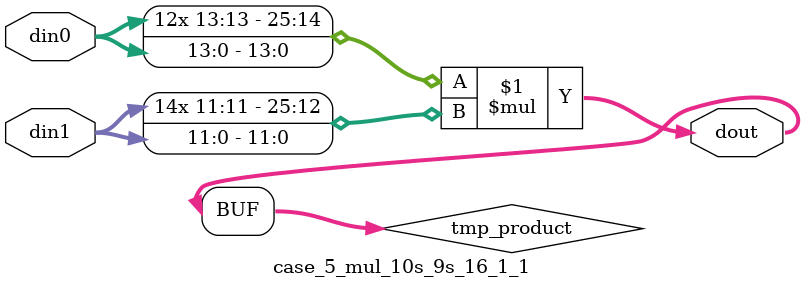
<source format=v>

`timescale 1 ns / 1 ps

 module case_5_mul_10s_9s_16_1_1(din0, din1, dout);
parameter ID = 1;
parameter NUM_STAGE = 0;
parameter din0_WIDTH = 14;
parameter din1_WIDTH = 12;
parameter dout_WIDTH = 26;

input [din0_WIDTH - 1 : 0] din0; 
input [din1_WIDTH - 1 : 0] din1; 
output [dout_WIDTH - 1 : 0] dout;

wire signed [dout_WIDTH - 1 : 0] tmp_product;



























assign tmp_product = $signed(din0) * $signed(din1);








assign dout = tmp_product;





















endmodule

</source>
